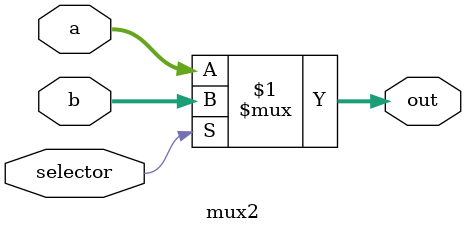
<source format=sv>
module mux2 #(parameter N = 8) (
  input logic [N - 1:0] a, b,
  input logic selector,
  output logic [N - 1:0] out
);
  assign out = (selector) ? b : a;
endmodule // mux2

</source>
